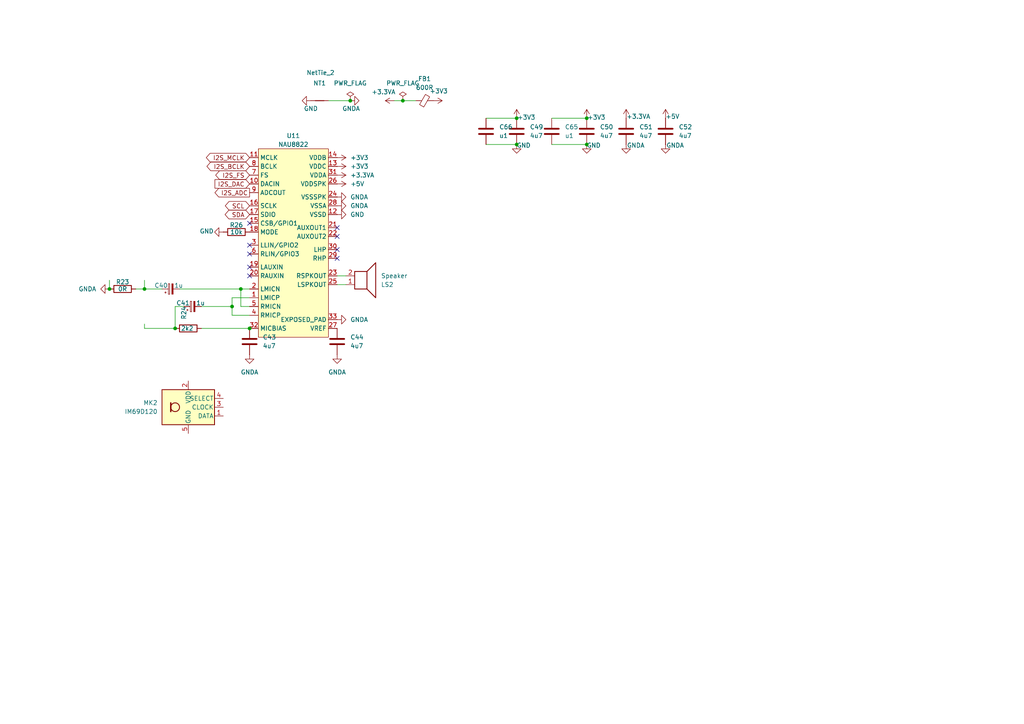
<source format=kicad_sch>
(kicad_sch (version 20250114) (generator "eeschema") (generator_version "9.0")
  (paper "A4")
  (lib_symbols
    (symbol "Device:C" (pin_numbers (hide yes)) (pin_names (offset 0.254))
      (property "Reference" "C" (at 0.635 2.54 0))
      (property "Value" "C" (at 0.635 -2.54 0))
      (symbol "C_0_1"
        (polyline (pts (xy -2.032 0.762) (xy 2.032 0.762)) (stroke (width 0.508)))
        (polyline (pts (xy -2.032 -0.762) (xy 2.032 -0.762)) (stroke (width 0.508)))
      )
      (symbol "C_1_1"
        (pin passive line (at 0 3.81 270) (length 2.794) (name "~") (number "1"))
        (pin passive line (at 0 -3.81 90) (length 2.794) (name "~") (number "2"))
      )
    )
    (symbol "Device:C_Polarized_Small" (pin_numbers (hide yes)) (pin_names (offset 0.254) (hide yes))
      (property "Reference" "C" (at 0.254 1.778 0))
      (property "Value" "C_Polarized_Small" (at 0.254 -2.032 0))
      (symbol "C_Polarized_Small_0_1"
        (rectangle (start -1.524 0.6858) (end 1.524 0.3048))
        (rectangle (start -1.524 -0.3048) (end 1.524 -0.6858) (fill (type outline)))
        (polyline (pts (xy -1.27 1.524) (xy -0.762 1.524)))
        (polyline (pts (xy -1.016 1.27) (xy -1.016 1.778)))
      )
      (symbol "C_Polarized_Small_1_1"
        (pin passive line (at 0 2.54 270) (length 1.8542) (name "~") (number "1"))
        (pin passive line (at 0 -2.54 90) (length 1.8542) (name "~") (number "2"))
      )
    )
    (symbol "Device:FerriteBead_Small" (pin_numbers (hide yes)) (pin_names (offset 0))
      (property "Reference" "FB" (at 1.905 1.27 0))
      (property "Value" "FerriteBead_Small" (at 1.905 -1.27 0))
      (symbol "FerriteBead_Small_0_1"
        (polyline (pts (xy -1.8288 0.2794) (xy -1.1176 1.4986) (xy 1.8288 -0.2032) (xy 1.1176 -1.4224) (xy -1.8288 0.2794)))
        (polyline (pts (xy 0 0.889) (xy 0 1.2954)))
        (polyline (pts (xy 0 -1.27) (xy 0 -0.7874)))
      )
      (symbol "FerriteBead_Small_1_1"
        (pin passive line (at 0 2.54 270) (length 1.27) (name "~") (number "1"))
        (pin passive line (at 0 -2.54 90) (length 1.27) (name "~") (number "2"))
      )
    )
    (symbol "Device:NetTie_2" (pin_numbers (hide yes)) (pin_names (offset 0) (hide yes)) (in_bom no)
      (property "Reference" "NT" (at 0 1.27 0))
      (property "Value" "NetTie_2" (at 0 -1.27 0))
      (symbol "NetTie_2_0_1"
        (polyline (pts (xy -1.27 0) (xy 1.27 0)) (stroke (width 0.254)))
      )
      (symbol "NetTie_2_1_1"
        (pin passive line (at -2.54 0 0) (length 2.54) (name "1") (number "1"))
        (pin passive line (at 2.54 0 180) (length 2.54) (name "2") (number "2"))
      )
    )
    (symbol "Device:R" (pin_numbers (hide yes)) (pin_names (offset 0))
      (property "Reference" "R" (at 2.032 0 90))
      (property "Value" "R" (at 0 0 90))
      (symbol "R_0_1"
        (rectangle (start -1.016 -2.54) (end 1.016 2.54) (stroke (width 0.254)))
      )
      (symbol "R_1_1"
        (pin passive line (at 0 3.81 270) (length 1.27) (name "~") (number "1"))
        (pin passive line (at 0 -3.81 90) (length 1.27) (name "~") (number "2"))
      )
    )
    (symbol "Device:Speaker" (pin_names (offset 0) (hide yes))
      (property "Reference" "LS" (at 1.27 5.715 0))
      (property "Value" "Speaker" (at 1.27 3.81 0))
      (symbol "Speaker_0_0"
        (rectangle (start -2.54 1.27) (end 1.016 -3.81) (stroke (width 0.254)))
        (polyline (pts (xy 1.016 1.27) (xy 3.556 3.81) (xy 3.556 -6.35) (xy 1.016 -3.81)) (stroke (width 0.254)))
      )
      (symbol "Speaker_1_1"
        (pin input line (at -5.08 0 0) (length 2.54) (name "1") (number "1"))
        (pin input line (at -5.08 -2.54 0) (length 2.54) (name "2") (number "2"))
      )
    )
    (symbol "Sensor_Audio:IM69D120" (pin_names (offset 0.254))
      (property "Reference" "MK" (at -7.62 6.35 0))
      (property "Value" "IM69D120" (at 1.27 6.35 0))
      (symbol "IM69D120_0_1"
        (rectangle (start -7.62 5.08) (end 7.62 -5.08) (stroke (width 0.254)) (fill (type background)))
        (polyline (pts (xy -5.08 1.27) (xy -5.08 -1.27)) (stroke (width 0.381)))
        (circle (center -3.81 0) (radius 1.27) (stroke (width 0.254)))
      )
      (symbol "IM69D120_1_1"
        (pin power_in line (at 0 7.62 270) (length 2.54) (name "VDD") (number "2"))
        (pin power_in line (at 0 -7.62 90) (length 2.54) (name "GND") (number "5"))
        (pin input line (at 10.16 2.54 180) (length 2.54) (name "SELECT") (number "4"))
        (pin input line (at 10.16 0 180) (length 2.54) (name "CLOCK") (number "3"))
        (pin output line (at 10.16 -2.54 180) (length 2.54) (name "DATA") (number "1"))
      )
    )
    (symbol "liebler_SEMICONDUCTORS:NAU88C22"
      (property "Reference" "U" (at 0 29.464 0))
      (symbol "NAU88C22_1_1"
        (rectangle (start -10.16 27.94) (end 10.16 -26.67) (fill (type background)))
        (pin input line (at -12.7 25.4 0) (length 2.54) (name "MCLK") (number "11"))
        (pin bidirectional line (at -12.7 22.86 0) (length 2.54) (name "BCLK") (number "8"))
        (pin bidirectional line (at -12.7 20.32 0) (length 2.54) (name "FS") (number "7"))
        (pin input line (at -12.7 17.78 0) (length 2.54) (name "DACIN") (number "10"))
        (pin output line (at -12.7 15.24 0) (length 2.54) (name "ADCOUT") (number "9"))
        (pin input line (at -12.7 11.43 0) (length 2.54) (name "SCLK") (number "16"))
        (pin input line (at -12.7 8.89 0) (length 2.54) (name "SDIO") (number "17"))
        (pin bidirectional line (at -12.7 6.35 0) (length 2.54) (name "CSB/GPIO1") (number "15"))
        (pin input line (at -12.7 3.81 0) (length 2.54) (name "MODE") (number "18"))
        (pin bidirectional line (at -12.7 0 0) (length 2.54) (name "LLIN/GPIO2") (number "3"))
        (pin bidirectional line (at -12.7 -2.54 0) (length 2.54) (name "RLIN/GPIO3") (number "6"))
        (pin input line (at -12.7 -6.35 0) (length 2.54) (name "LAUXIN") (number "19"))
        (pin input line (at -12.7 -8.89 0) (length 2.54) (name "RAUXIN") (number "20"))
        (pin input line (at -12.7 -12.7 0) (length 2.54) (name "LMICN") (number "2"))
        (pin input line (at -12.7 -15.24 0) (length 2.54) (name "LMICP") (number "1"))
        (pin input line (at -12.7 -17.78 0) (length 2.54) (name "RMICN") (number "5"))
        (pin input line (at -12.7 -20.32 0) (length 2.54) (name "RMICP") (number "4"))
        (pin input line (at -12.7 -24.13 0) (length 2.54) (name "MICBIAS") (number "32"))
        (pin power_in line (at 12.7 25.4 180) (length 2.54) (name "VDDB") (number "14"))
        (pin power_in line (at 12.7 22.86 180) (length 2.54) (name "VDDC") (number "13"))
        (pin power_in line (at 12.7 20.32 180) (length 2.54) (name "VDDA") (number "31"))
        (pin power_in line (at 12.7 17.78 180) (length 2.54) (name "VDDSPK") (number "26"))
        (pin power_in line (at 12.7 13.97 180) (length 2.54) (name "VSSSPK") (number "24"))
        (pin power_in line (at 12.7 11.43 180) (length 2.54) (name "VSSA") (number "28"))
        (pin power_in line (at 12.7 8.89 180) (length 2.54) (name "VSSD") (number "12"))
        (pin output line (at 12.7 5.08 180) (length 2.54) (name "AUXOUT1") (number "21"))
        (pin output line (at 12.7 2.54 180) (length 2.54) (name "AUXOUT2") (number "22"))
        (pin output line (at 12.7 -1.27 180) (length 2.54) (name "LHP") (number "30"))
        (pin output line (at 12.7 -3.81 180) (length 2.54) (name "RHP") (number "29"))
        (pin output line (at 12.7 -8.89 180) (length 2.54) (name "RSPKOUT") (number "23"))
        (pin output line (at 12.7 -11.43 180) (length 2.54) (name "LSPKOUT") (number "25"))
        (pin passive line (at 12.7 -21.59 180) (length 2.54) (name "EXPOSED_PAD") (number "33"))
        (pin power_out line (at 12.7 -24.13 180) (length 2.54) (name "VREF") (number "27"))
      )
    )
    (symbol "power:+3.3VA" (power) (pin_numbers (hide yes)) (pin_names (offset 0) (hide yes))
      (property "Value" "+3.3VA" (at 0 3.556 0))
      (symbol "+3.3VA_0_1"
        (polyline (pts (xy -0.762 1.27) (xy 0 2.54)))
        (polyline (pts (xy 0 2.54) (xy 0.762 1.27)))
        (polyline (pts (xy 0 0) (xy 0 2.54)))
      )
      (symbol "+3.3VA_1_1"
        (pin power_in line (at 0 0 90) (length 0) (name "~") (number "1"))
      )
    )
    (symbol "power:+3V3" (power) (pin_numbers (hide yes)) (pin_names (offset 0) (hide yes))
      (property "Value" "+3V3" (at 0 3.556 0))
      (symbol "+3V3_0_1"
        (polyline (pts (xy -0.762 1.27) (xy 0 2.54)))
        (polyline (pts (xy 0 2.54) (xy 0.762 1.27)))
        (polyline (pts (xy 0 0) (xy 0 2.54)))
      )
      (symbol "+3V3_1_1"
        (pin power_in line (at 0 0 90) (length 0) (name "~") (number "1"))
      )
    )
    (symbol "power:+5V" (power) (pin_numbers (hide yes)) (pin_names (offset 0) (hide yes))
      (property "Value" "+5V" (at 0 3.556 0))
      (symbol "+5V_0_1"
        (polyline (pts (xy -0.762 1.27) (xy 0 2.54)))
        (polyline (pts (xy 0 2.54) (xy 0.762 1.27)))
        (polyline (pts (xy 0 0) (xy 0 2.54)))
      )
      (symbol "+5V_1_1"
        (pin power_in line (at 0 0 90) (length 0) (name "~") (number "1"))
      )
    )
    (symbol "power:GND" (power) (pin_numbers (hide yes)) (pin_names (offset 0) (hide yes))
      (property "Value" "GND" (at 0 -3.81 0))
      (symbol "GND_0_1"
        (polyline (pts (xy 0 0) (xy 0 -1.27) (xy 1.27 -1.27) (xy 0 -2.54) (xy -1.27 -1.27) (xy 0 -1.27)))
      )
      (symbol "GND_1_1"
        (pin power_in line (at 0 0 270) (length 0) (name "~") (number "1"))
      )
    )
    (symbol "power:GNDA" (power) (pin_numbers (hide yes)) (pin_names (offset 0) (hide yes))
      (property "Value" "GNDA" (at 0 -3.81 0))
      (symbol "GNDA_0_1"
        (polyline (pts (xy 0 0) (xy 0 -1.27) (xy 1.27 -1.27) (xy 0 -2.54) (xy -1.27 -1.27) (xy 0 -1.27)))
      )
      (symbol "GNDA_1_1"
        (pin power_in line (at 0 0 270) (length 0) (name "~") (number "1"))
      )
    )
    (symbol "power:PWR_FLAG" (power) (pin_numbers (hide yes)) (pin_names (offset 0) (hide yes))
      (property "Value" "PWR_FLAG" (at 0 3.81 0))
      (symbol "PWR_FLAG_0_0"
        (pin power_out line (at 0 0 90) (length 0) (name "~") (number "1"))
      )
      (symbol "PWR_FLAG_0_1"
        (polyline (pts (xy 0 0) (xy 0 1.27) (xy -1.016 1.905) (xy 0 2.54) (xy 1.016 1.905) (xy 0 1.27)))
      )
    )
  )
  (junction (at 116.84 29.21))
  (junction (at 170.18 34.29))
  (junction (at 72.39 95.25))
  (junction (at 149.86 41.91))
  (junction (at 31.75 83.82))
  (junction (at 170.18 41.91))
  (junction (at 50.8 95.25))
  (junction (at 67.31 88.9))
  (junction (at 149.86 34.29))
  (junction (at 69.85 83.82))
  (junction (at 101.6 29.21))
  (junction (at 41.91 83.82))
  (no_connect (at 97.79 68.58))
  (no_connect (at 72.39 71.12))
  (no_connect (at 97.79 66.04))
  (no_connect (at 72.39 77.47))
  (no_connect (at 72.39 73.66))
  (no_connect (at 72.39 80.01))
  (no_connect (at 97.79 74.93))
  (no_connect (at 97.79 72.39))
  (no_connect (at 72.39 64.77))
  (wire (pts (xy 114.3 29.21) (xy 116.84 29.21)))
  (wire (pts (xy 72.39 88.9) (xy 69.85 88.9)))
  (wire (pts (xy 41.91 83.82) (xy 46.99 83.82)))
  (wire (pts (xy 39.37 83.82) (xy 41.91 83.82)))
  (wire (pts (xy 41.91 95.25) (xy 41.91 93.98)))
  (wire (pts (xy 41.91 81.28) (xy 41.91 83.82)))
  (wire (pts (xy 140.97 34.29) (xy 149.86 34.29)))
  (wire (pts (xy 58.42 88.9) (xy 67.31 88.9)))
  (wire (pts (xy 101.6 29.21) (xy 95.25 29.21)))
  (wire (pts (xy 72.39 91.44) (xy 67.31 91.44)))
  (wire (pts (xy 69.85 83.82) (xy 72.39 83.82)))
  (wire (pts (xy 31.75 81.28) (xy 31.75 83.82)))
  (wire (pts (xy 160.02 41.91) (xy 170.18 41.91)))
  (wire (pts (xy 50.8 88.9) (xy 53.34 88.9)))
  (wire (pts (xy 67.31 88.9) (xy 67.31 86.36)))
  (wire (pts (xy 97.79 82.55) (xy 100.33 82.55)))
  (wire (pts (xy 140.97 41.91) (xy 149.86 41.91)))
  (wire (pts (xy 52.07 83.82) (xy 69.85 83.82)))
  (wire (pts (xy 69.85 88.9) (xy 69.85 83.82)))
  (wire (pts (xy 58.42 95.25) (xy 72.39 95.25)))
  (wire (pts (xy 50.8 95.25) (xy 41.91 95.25)))
  (wire (pts (xy 67.31 86.36) (xy 72.39 86.36)))
  (wire (pts (xy 160.02 34.29) (xy 170.18 34.29)))
  (wire (pts (xy 50.8 88.9) (xy 50.8 95.25)))
  (wire (pts (xy 97.79 80.01) (xy 100.33 80.01)))
  (wire (pts (xy 67.31 91.44) (xy 67.31 88.9)))
  (wire (pts (xy 116.84 29.21) (xy 120.65 29.21)))
  (global_label "I2S_ADC" (shape output) (at 72.39 55.88 180) (property "Intersheetrefs" "${INTERSHEET_REFS}" (effects (hide yes))))
  (global_label "I2S_MCLK" (shape bidirectional) (at 72.39 45.72 180) (property "Intersheetrefs" "${INTERSHEET_REFS}" (effects (hide yes))))
  (global_label "SDA" (shape bidirectional) (at 72.39 62.23 180) (property "Intersheetrefs" "${INTERSHEET_REFS}" (effects (hide yes))))
  (global_label "I2S_FS" (shape bidirectional) (at 72.39 50.8 180) (property "Intersheetrefs" "${INTERSHEET_REFS}" (effects (hide yes))))
  (global_label "I2S_BCLK" (shape bidirectional) (at 72.39 48.26 180) (property "Intersheetrefs" "${INTERSHEET_REFS}" (effects (hide yes))))
  (global_label "I2S_DAC" (shape input) (at 72.39 53.34 180) (property "Intersheetrefs" "${INTERSHEET_REFS}" (effects (hide yes))))
  (global_label "SCL" (shape bidirectional) (at 72.39 59.69 180) (property "Intersheetrefs" "${INTERSHEET_REFS}" (effects (hide yes))))
  (symbol (lib_id "power:GNDA") (at 97.79 59.69 90) (unit 1)
    (property "Reference" "#PWR059" (effects (hide yes)))
    (property "Value" "GNDA" (at 101.6 59.6899 90) (effects (justify right)))
    (property "Description" "Power symbol creates a global label with name \"GNDA\" , analog ground" (effects (hide yes)))
  )
  (symbol (lib_id "Device:NetTie_2") (at 92.71 29.21 0) (unit 1) (in_bom no)
    (property "Reference" "NT1" (at 92.71 24.13 0))
    (property "Value" "NetTie_2" (at 92.964 21.082 0))
    (property "Footprint" "NetTie:NetTie-2_SMD_Pad0.5mm" (effects (hide yes)))
    (property "Description" "Net tie, 2 pins" (effects (hide yes)))
  )
  (symbol (lib_id "power:GND") (at 90.17 29.21 270) (unit 1)
    (property "Reference" "#PWR0182" (effects (hide yes)))
    (property "Value" "GND" (at 90.17 31.496 90))
    (property "Description" "Power symbol creates a global label with name \"GND\" , ground" (effects (hide yes)))
  )
  (symbol (lib_id "power:+3V3") (at 97.79 45.72 270) (unit 1)
    (property "Reference" "#PWR063" (effects (hide yes)))
    (property "Value" "+3V3" (at 101.6 45.72 90) (effects (justify left)))
    (property "Description" "Power symbol creates a global label with name \"+3V3\"" (effects (hide yes)))
  )
  (symbol (lib_id "Device:C_Polarized_Small") (at 49.53 83.82 90) (unit 1)
    (property "Reference" "C40" (at 46.736 82.804 90))
    (property "Value" "1u" (at 51.816 82.804 90))
    (property "Footprint" "Capacitor_Tantalum_SMD:CP_EIA-3216-10_Kemet-I" (effects (hide yes)))
    (property "Description" "Polarized capacitor, small symbol" (effects (hide yes)))
    (property "MPN" "TAJA105K016RNJ" (effects (hide yes)))
    (property "Manufacturer" "Kyocera AVX" (effects (hide yes)))
  )
  (symbol (lib_id "Device:C") (at 170.18 38.1 0) (unit 1)
    (property "Reference" "C50" (at 173.99 36.8299 0) (effects (justify left)))
    (property "Value" "4u7" (at 173.99 39.3699 0) (effects (justify left)))
    (property "Footprint" "Capacitor_SMD:C_0402_1005Metric" (effects (hide yes)))
    (property "Description" "Unpolarized capacitor" (effects (hide yes)))
    (property "MPN" "CL05A475MP5NRNC" (effects (hide yes)))
    (property "Manufacturer" "Samsung Electro-Mechanics" (effects (hide yes)))
  )
  (symbol (lib_id "Device:C") (at 181.61 38.1 0) (unit 1)
    (property "Reference" "C51" (at 185.42 36.8299 0) (effects (justify left)))
    (property "Value" "4u7" (at 185.42 39.3699 0) (effects (justify left)))
    (property "Footprint" "Capacitor_SMD:C_0402_1005Metric" (effects (hide yes)))
    (property "Description" "Unpolarized capacitor" (effects (hide yes)))
    (property "MPN" "CL05A475MP5NRNC" (effects (hide yes)))
    (property "Manufacturer" "Samsung Electro-Mechanics" (effects (hide yes)))
  )
  (symbol (lib_id "power:+3.3VA") (at 181.61 34.29 0) (unit 1)
    (property "Reference" "#PWR071" (effects (hide yes)))
    (property "Value" "+3.3VA" (at 185.166 33.782 0))
    (property "Description" "Power symbol creates a global label with name \"+3.3VA\"" (effects (hide yes)))
  )
  (symbol (lib_id "Device:Speaker") (at 105.41 82.55 0) (mirror x) (unit 1)
    (property "Reference" "LS2" (at 110.49 82.5501 0) (effects (justify left)))
    (property "Value" "Speaker" (at 110.49 80.0101 0) (effects (justify left)))
    (property "Footprint" "Connector_PinHeader_1.27mm:PinHeader_1x02_P1.27mm_Vertical" (effects (hide yes)))
    (property "Description" "Speaker" (effects (hide yes)))
  )
  (symbol (lib_id "Device:R") (at 68.58 67.31 270) (unit 1)
    (property "Reference" "R26" (at 68.58 65.278 90))
    (property "Value" "10k" (at 68.58 67.31 90))
    (property "Footprint" "Resistor_SMD:R_0201_0603Metric" (effects (hide yes)))
    (property "Description" "Resistor" (effects (hide yes)))
    (property "MPN" "0201WMF1002TEE" (effects (hide yes)))
    (property "Manufacturer" "UNI-ROYAL(Uniroyal Elec)" (effects (hide yes)))
  )
  (symbol (lib_id "Device:C") (at 193.04 38.1 0) (unit 1)
    (property "Reference" "C52" (at 196.85 36.8299 0) (effects (justify left)))
    (property "Value" "4u7" (at 196.85 39.3699 0) (effects (justify left)))
    (property "Footprint" "Capacitor_SMD:C_0402_1005Metric" (effects (hide yes)))
    (property "Description" "Unpolarized capacitor" (effects (hide yes)))
    (property "MPN" "CL05A475MP5NRNC" (effects (hide yes)))
    (property "Manufacturer" "Samsung Electro-Mechanics" (effects (hide yes)))
  )
  (symbol (lib_id "power:PWR_FLAG") (at 116.84 29.21 0) (unit 1)
    (property "Reference" "#FLG06" (effects (hide yes)))
    (property "Value" "PWR_FLAG" (at 116.84 24.13 0))
    (property "Description" "Special symbol for telling ERC where power comes from" (effects (hide yes)))
  )
  (symbol (lib_id "Device:R") (at 35.56 83.82 90) (unit 1)
    (property "Reference" "R23" (at 35.56 81.788 90))
    (property "Value" "0R" (at 35.56 83.82 90))
    (property "Footprint" "Resistor_SMD:R_0805_2012Metric_Pad1.20x1.40mm_HandSolder" (effects (hide yes)))
    (property "Description" "Resistor" (effects (hide yes)))
    (property "MPN" "0805W8F0000T5E" (effects (hide yes)))
    (property "Manufacturer" " UNI-ROYAL(Uniroyal Elec)" (effects (hide yes)))
  )
  (symbol (lib_id "Device:C") (at 72.39 99.06 0) (unit 1)
    (property "Reference" "C43" (at 76.2 97.7899 0) (effects (justify left)))
    (property "Value" "4u7" (at 76.2 100.3299 0) (effects (justify left)))
    (property "Footprint" "Capacitor_SMD:C_0402_1005Metric" (effects (hide yes)))
    (property "Description" "Unpolarized capacitor" (effects (hide yes)))
    (property "MPN" "CL05A475MP5NRNC" (effects (hide yes)))
    (property "Manufacturer" "Samsung Electro-Mechanics" (effects (hide yes)))
  )
  (symbol (lib_id "Device:FerriteBead_Small") (at 123.19 29.21 90) (unit 1)
    (property "Reference" "FB1" (at 123.1519 22.86 90))
    (property "Value" "600R" (at 123.1519 25.4 90))
    (property "Footprint" "Inductor_SMD:L_0603_1608Metric" (effects (hide yes)))
    (property "Description" "Ferrite bead, small symbol" (effects (hide yes)))
    (property "MPN" "BLM18AG601SN1D" (effects (hide yes)))
    (property "Manufacturer" "Murata Electronics" (effects (hide yes)))
  )
  (symbol (lib_id "power:+3V3") (at 97.79 48.26 270) (unit 1)
    (property "Reference" "#PWR062" (effects (hide yes)))
    (property "Value" "+3V3" (at 101.6 48.2599 90) (effects (justify left)))
    (property "Description" "Power symbol creates a global label with name \"+3V3\"" (effects (hide yes)))
  )
  (symbol (lib_id "power:+3V3") (at 125.73 29.21 270) (unit 1)
    (property "Reference" "#PWR0181" (effects (hide yes)))
    (property "Value" "+3V3" (at 127.254 26.416 90))
    (property "Description" "Power symbol creates a global label with name \"+3V3\"" (effects (hide yes)))
  )
  (symbol (lib_id "Sensor_Audio:IM69D120") (at 54.61 118.11 0) (unit 1)
    (property "Reference" "MK2" (at 45.72 116.8399 0) (effects (justify right)))
    (property "Value" "IM69D120" (at 45.72 119.3799 0) (effects (justify right)))
    (property "Footprint" "Sensor_Audio:Infineon_PG-LLGA-5-1" (effects (hide yes)))
    (property "Datasheet" "https://www.infineon.com/dgdl/Infineon-IM69D120-DS-v01_00-EN.pdf?fileId=5546d462602a9dc801607a0e41a01a2b" (effects (hide yes)))
    (property "Description" "High performance digital XENSIV MEMS microphone, -26 dBFS Sensitivity, LLGA-5" (effects (hide yes)))
  )
  (symbol (lib_id "power:+3.3VA") (at 114.3 29.21 90) (unit 1)
    (property "Reference" "#PWR0180" (effects (hide yes)))
    (property "Value" "+3.3VA" (at 111.252 26.67 90))
    (property "Description" "Power symbol creates a global label with name \"+3.3VA\"" (effects (hide yes)))
  )
  (symbol (lib_id "Device:C") (at 160.02 38.1 0) (unit 1)
    (property "Reference" "C65" (at 163.83 36.8299 0) (effects (justify left)))
    (property "Value" "u1" (at 163.83 39.3699 0) (effects (justify left)))
    (property "Footprint" "Capacitor_SMD:C_0201_0603Metric" (effects (hide yes)))
    (property "Description" "Unpolarized capacitor" (effects (hide yes)))
    (property "MPN" "GRM033R61A104KE15D" (effects (hide yes)))
    (property "Manufacturer" "Murata Electronics" (effects (hide yes)))
  )
  (symbol (lib_id "Device:C") (at 149.86 38.1 0) (unit 1)
    (property "Reference" "C49" (at 153.67 36.8299 0) (effects (justify left)))
    (property "Value" "4u7" (at 153.67 39.3699 0) (effects (justify left)))
    (property "Footprint" "Capacitor_SMD:C_0402_1005Metric" (effects (hide yes)))
    (property "Description" "Unpolarized capacitor" (effects (hide yes)))
    (property "MPN" "CL05A475MP5NRNC" (effects (hide yes)))
    (property "Manufacturer" "Samsung Electro-Mechanics" (effects (hide yes)))
  )
  (symbol (lib_id "power:GNDA") (at 193.04 41.91 0) (unit 1)
    (property "Reference" "#PWR072" (effects (hide yes)))
    (property "Value" "GNDA" (at 195.834 42.164 0))
    (property "Description" "Power symbol creates a global label with name \"GNDA\" , analog ground" (effects (hide yes)))
  )
  (symbol (lib_id "liebler_SEMICONDUCTORS:NAU88C22") (at 85.09 71.12 0) (unit 1)
    (property "Reference" "U11" (at 85.09 39.37 0))
    (property "Value" "NAU8822" (at 85.09 41.91 0))
    (property "Footprint" "Package_DFN_QFN:QFN-32-1EP_5x5mm_P0.5mm_EP3.6x3.6mm_ThermalVias" (effects (hide yes)))
    (property "MPN" "NAU88C22YG" (effects (hide yes)))
    (property "Manufacturer" "Nuvoton Tech" (effects (hide yes)))
  )
  (symbol (lib_id "power:GNDA") (at 97.79 92.71 90) (unit 1)
    (property "Reference" "#PWR074" (effects (hide yes)))
    (property "Value" "GNDA" (at 101.6 92.7099 90) (effects (justify right)))
    (property "Description" "Power symbol creates a global label with name \"GNDA\" , analog ground" (effects (hide yes)))
  )
  (symbol (lib_id "Device:C") (at 97.79 99.06 0) (unit 1)
    (property "Reference" "C44" (at 101.6 97.7899 0) (effects (justify left)))
    (property "Value" "4u7" (at 101.6 100.3299 0) (effects (justify left)))
    (property "Footprint" "Capacitor_SMD:C_0402_1005Metric" (effects (hide yes)))
    (property "Description" "Unpolarized capacitor" (effects (hide yes)))
    (property "MPN" "CL05A475MP5NRNC" (effects (hide yes)))
    (property "Manufacturer" "Samsung Electro-Mechanics" (effects (hide yes)))
  )
  (symbol (lib_id "Device:C") (at 140.97 38.1 0) (unit 1)
    (property "Reference" "C66" (at 144.78 36.8299 0) (effects (justify left)))
    (property "Value" "u1" (at 144.78 39.3699 0) (effects (justify left)))
    (property "Footprint" "Capacitor_SMD:C_0201_0603Metric" (effects (hide yes)))
    (property "Description" "Unpolarized capacitor" (effects (hide yes)))
    (property "MPN" "GRM033R61A104KE15D" (effects (hide yes)))
    (property "Manufacturer" "Murata Electronics" (effects (hide yes)))
  )
  (symbol (lib_id "power:+5V") (at 193.04 34.29 0) (unit 1)
    (property "Reference" "#PWR073" (effects (hide yes)))
    (property "Value" "+5V" (at 195.072 33.782 0))
    (property "Description" "Power symbol creates a global label with name \"+5V\"" (effects (hide yes)))
  )
  (symbol (lib_id "power:GNDA") (at 101.6 29.21 90) (unit 1)
    (property "Reference" "#PWR0183" (effects (hide yes)))
    (property "Value" "GNDA" (at 101.854 31.496 90))
    (property "Description" "Power symbol creates a global label with name \"GNDA\" , analog ground" (effects (hide yes)))
  )
  (symbol (lib_id "power:GND") (at 64.77 67.31 270) (unit 1)
    (property "Reference" "#PWR0184" (effects (hide yes)))
    (property "Value" "GND" (at 59.944 67.056 90))
    (property "Description" "Power symbol creates a global label with name \"GND\" , ground" (effects (hide yes)))
  )
  (symbol (lib_id "Device:C_Polarized_Small") (at 55.88 88.9 90) (unit 1)
    (property "Reference" "C41" (at 53.086 87.884 90))
    (property "Value" "1u" (at 58.166 87.884 90))
    (property "Footprint" "Capacitor_Tantalum_SMD:CP_EIA-3216-10_Kemet-I" (effects (hide yes)))
    (property "Description" "Polarized capacitor, small symbol" (effects (hide yes)))
    (property "MPN" "TAJA105K016RNJ" (effects (hide yes)))
    (property "Manufacturer" "Kyocera AVX" (effects (hide yes)))
  )
  (symbol (lib_id "power:GND") (at 97.79 62.23 90) (unit 1)
    (property "Reference" "#PWR064" (effects (hide yes)))
    (property "Value" "GND" (at 101.6 62.2299 90) (effects (justify right)))
    (property "Description" "Power symbol creates a global label with name \"GND\" , ground" (effects (hide yes)))
  )
  (symbol (lib_id "power:GNDA") (at 97.79 57.15 90) (unit 1)
    (property "Reference" "#PWR058" (effects (hide yes)))
    (property "Value" "GNDA" (at 101.6 57.1499 90) (effects (justify right)))
    (property "Description" "Power symbol creates a global label with name \"GNDA\" , analog ground" (effects (hide yes)))
  )
  (symbol (lib_id "power:GNDA") (at 181.61 41.91 0) (unit 1)
    (property "Reference" "#PWR070" (effects (hide yes)))
    (property "Value" "GNDA" (at 184.404 42.164 0))
    (property "Description" "Power symbol creates a global label with name \"GNDA\" , analog ground" (effects (hide yes)))
  )
  (symbol (lib_id "power:+3.3VA") (at 97.79 50.8 270) (unit 1)
    (property "Reference" "#PWR065" (effects (hide yes)))
    (property "Value" "+3.3VA" (at 101.6 50.7999 90) (effects (justify left)))
    (property "Description" "Power symbol creates a global label with name \"+3.3VA\"" (effects (hide yes)))
  )
  (symbol (lib_id "power:GNDA") (at 31.75 83.82 270) (unit 1)
    (property "Reference" "#PWR0153" (effects (hide yes)))
    (property "Value" "GNDA" (at 27.94 83.8199 90) (effects (justify right)))
    (property "Description" "Power symbol creates a global label with name \"GNDA\" , analog ground" (effects (hide yes)))
  )
  (symbol (lib_id "Device:R") (at 54.61 95.25 90) (unit 1)
    (property "Reference" "R24" (at 53.3399 92.71 0) (effects (justify left)))
    (property "Value" "2k2" (at 56.134 95.25 90) (effects (justify left)))
    (property "Footprint" "Resistor_SMD:R_0402_1005Metric" (effects (hide yes)))
    (property "Description" "Resistor" (effects (hide yes)))
    (property "MPN" "0402WGF2201TCE" (effects (hide yes)))
    (property "Manufacturer" "UNI-ROYAL(Uniroyal Elec)" (effects (hide yes)))
  )
  (symbol (lib_id "power:GND") (at 170.18 41.91 0) (unit 1)
    (property "Reference" "#PWR069" (effects (hide yes)))
    (property "Value" "GND" (at 172.212 42.164 0))
    (property "Description" "Power symbol creates a global label with name \"GND\" , ground" (effects (hide yes)))
  )
  (symbol (lib_id "power:+5V") (at 97.79 53.34 270) (unit 1)
    (property "Reference" "#PWR061" (effects (hide yes)))
    (property "Value" "+5V" (at 101.6 53.3399 90) (effects (justify left)))
    (property "Description" "Power symbol creates a global label with name \"+5V\"" (effects (hide yes)))
  )
  (symbol (lib_id "power:+3V3") (at 170.18 34.29 0) (unit 1)
    (property "Reference" "#PWR067" (effects (hide yes)))
    (property "Value" "+3V3" (at 172.974 34.036 0))
    (property "Description" "Power symbol creates a global label with name \"+3V3\"" (effects (hide yes)))
  )
  (symbol (lib_id "power:PWR_FLAG") (at 101.6 29.21 0) (unit 1)
    (property "Reference" "#FLG07" (effects (hide yes)))
    (property "Value" "PWR_FLAG" (at 101.6 24.13 0))
    (property "Description" "Special symbol for telling ERC where power comes from" (effects (hide yes)))
  )
  (symbol (lib_id "power:GNDA") (at 97.79 102.87 0) (unit 1)
    (property "Reference" "#PWR0154" (effects (hide yes)))
    (property "Value" "GNDA" (at 97.79 107.95 0))
    (property "Description" "Power symbol creates a global label with name \"GNDA\" , analog ground" (effects (hide yes)))
  )
  (symbol (lib_id "power:GND") (at 149.86 41.91 0) (unit 1)
    (property "Reference" "#PWR068" (effects (hide yes)))
    (property "Value" "GND" (at 151.892 42.164 0))
    (property "Description" "Power symbol creates a global label with name \"GND\" , ground" (effects (hide yes)))
  )
  (symbol (lib_id "power:+3V3") (at 149.86 34.29 0) (unit 1)
    (property "Reference" "#PWR066" (effects (hide yes)))
    (property "Value" "+3V3" (at 152.654 34.036 0))
    (property "Description" "Power symbol creates a global label with name \"+3V3\"" (effects (hide yes)))
  )
  (symbol (lib_id "power:GNDA") (at 72.39 102.87 0) (unit 1)
    (property "Reference" "#PWR0171" (effects (hide yes)))
    (property "Value" "GNDA" (at 72.39 107.95 0))
    (property "Description" "Power symbol creates a global label with name \"GNDA\" , analog ground" (effects (hide yes)))
  )
)
</source>
